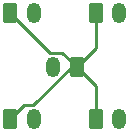
<source format=gbr>
%TF.GenerationSoftware,KiCad,Pcbnew,(6.0.6)*%
%TF.CreationDate,2022-06-27T09:59:18-07:00*%
%TF.ProjectId,KnightPCB,4b6e6967-6874-4504-9342-2e6b69636164,rev?*%
%TF.SameCoordinates,Original*%
%TF.FileFunction,Copper,L1,Top*%
%TF.FilePolarity,Positive*%
%FSLAX46Y46*%
G04 Gerber Fmt 4.6, Leading zero omitted, Abs format (unit mm)*
G04 Created by KiCad (PCBNEW (6.0.6)) date 2022-06-27 09:59:18*
%MOMM*%
%LPD*%
G01*
G04 APERTURE LIST*
G04 Aperture macros list*
%AMRoundRect*
0 Rectangle with rounded corners*
0 $1 Rounding radius*
0 $2 $3 $4 $5 $6 $7 $8 $9 X,Y pos of 4 corners*
0 Add a 4 corners polygon primitive as box body*
4,1,4,$2,$3,$4,$5,$6,$7,$8,$9,$2,$3,0*
0 Add four circle primitives for the rounded corners*
1,1,$1+$1,$2,$3*
1,1,$1+$1,$4,$5*
1,1,$1+$1,$6,$7*
1,1,$1+$1,$8,$9*
0 Add four rect primitives between the rounded corners*
20,1,$1+$1,$2,$3,$4,$5,0*
20,1,$1+$1,$4,$5,$6,$7,0*
20,1,$1+$1,$6,$7,$8,$9,0*
20,1,$1+$1,$8,$9,$2,$3,0*%
G04 Aperture macros list end*
%TA.AperFunction,ComponentPad*%
%ADD10RoundRect,0.250000X0.350000X0.625000X-0.350000X0.625000X-0.350000X-0.625000X0.350000X-0.625000X0*%
%TD*%
%TA.AperFunction,ComponentPad*%
%ADD11O,1.200000X1.750000*%
%TD*%
%TA.AperFunction,ComponentPad*%
%ADD12RoundRect,0.250000X-0.350000X-0.625000X0.350000X-0.625000X0.350000X0.625000X-0.350000X0.625000X0*%
%TD*%
%TA.AperFunction,Conductor*%
%ADD13C,0.250000*%
%TD*%
G04 APERTURE END LIST*
D10*
%TO.P,J5,1,Pin_1*%
%TO.N,Net-(J5D1-Pad1)*%
X70175000Y-41100000D03*
D11*
%TO.P,J5,2,Pin_2*%
%TO.N,Net-(J5D1-Pad2)*%
X68175000Y-41100000D03*
%TD*%
D12*
%TO.P,J5D1,1,Pin_1*%
%TO.N,Net-(J5D1-Pad1)*%
X71800000Y-45550000D03*
D11*
%TO.P,J5D1,2,Pin_2*%
%TO.N,Net-(J5D1-Pad2)*%
X73800000Y-45550000D03*
%TD*%
%TO.P,J5A1,2,Pin_2*%
%TO.N,Net-(J5D1-Pad2)*%
X66550000Y-36550000D03*
D12*
%TO.P,J5A1,1,Pin_1*%
%TO.N,Net-(J5D1-Pad1)*%
X64550000Y-36550000D03*
%TD*%
%TO.P,J5B1,1,Pin_1*%
%TO.N,Net-(J5D1-Pad1)*%
X64550000Y-45550000D03*
D11*
%TO.P,J5B1,2,Pin_2*%
%TO.N,Net-(J5D1-Pad2)*%
X66550000Y-45550000D03*
%TD*%
%TO.P,J5C1,2,Pin_2*%
%TO.N,Net-(J5D1-Pad2)*%
X73800000Y-36550000D03*
D12*
%TO.P,J5C1,1,Pin_1*%
%TO.N,Net-(J5D1-Pad1)*%
X71800000Y-36550000D03*
%TD*%
D13*
%TO.N,Net-(J5D1-Pad1)*%
X65750000Y-44350000D02*
X64550000Y-45550000D01*
X69758148Y-41100000D02*
X66508148Y-44350000D01*
X70175000Y-41100000D02*
X69758148Y-41100000D01*
X66508148Y-44350000D02*
X65750000Y-44350000D01*
X70175000Y-41100000D02*
X71800000Y-42725000D01*
X71800000Y-42725000D02*
X71800000Y-45550000D01*
X71800000Y-39475000D02*
X71800000Y-36550000D01*
X70175000Y-41100000D02*
X71800000Y-39475000D01*
X67900000Y-39900000D02*
X64550000Y-36550000D01*
X68975000Y-39900000D02*
X67900000Y-39900000D01*
X70175000Y-41100000D02*
X68975000Y-39900000D01*
%TD*%
M02*

</source>
